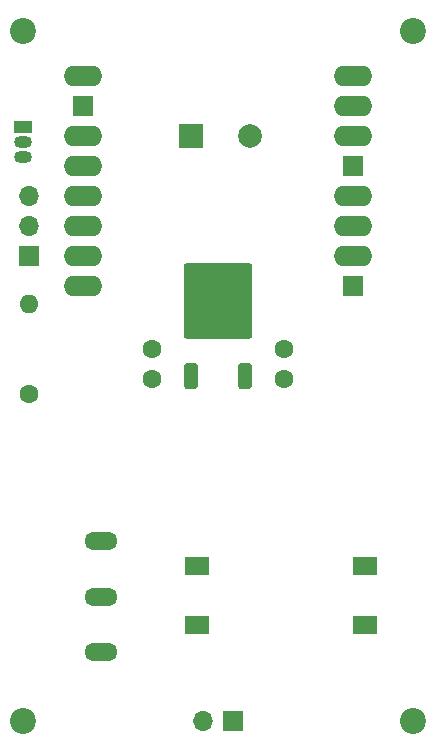
<source format=gbr>
%TF.GenerationSoftware,KiCad,Pcbnew,9.0.0*%
%TF.CreationDate,2025-10-22T11:07:00-07:00*%
%TF.ProjectId,sstv-backpack-v1.0.1,73737476-2d62-4616-936b-7061636b2d76,1.0*%
%TF.SameCoordinates,Original*%
%TF.FileFunction,Soldermask,Top*%
%TF.FilePolarity,Negative*%
%FSLAX46Y46*%
G04 Gerber Fmt 4.6, Leading zero omitted, Abs format (unit mm)*
G04 Created by KiCad (PCBNEW 9.0.0) date 2025-10-22 11:07:00*
%MOMM*%
%LPD*%
G01*
G04 APERTURE LIST*
G04 Aperture macros list*
%AMRoundRect*
0 Rectangle with rounded corners*
0 $1 Rounding radius*
0 $2 $3 $4 $5 $6 $7 $8 $9 X,Y pos of 4 corners*
0 Add a 4 corners polygon primitive as box body*
4,1,4,$2,$3,$4,$5,$6,$7,$8,$9,$2,$3,0*
0 Add four circle primitives for the rounded corners*
1,1,$1+$1,$2,$3*
1,1,$1+$1,$4,$5*
1,1,$1+$1,$6,$7*
1,1,$1+$1,$8,$9*
0 Add four rect primitives between the rounded corners*
20,1,$1+$1,$2,$3,$4,$5,0*
20,1,$1+$1,$4,$5,$6,$7,0*
20,1,$1+$1,$6,$7,$8,$9,0*
20,1,$1+$1,$8,$9,$2,$3,0*%
G04 Aperture macros list end*
%ADD10RoundRect,0.102000X0.762000X0.762000X-0.762000X0.762000X-0.762000X-0.762000X0.762000X-0.762000X0*%
%ADD11O,3.252000X1.728000*%
%ADD12O,1.600000X1.600000*%
%ADD13C,1.600000*%
%ADD14R,1.500000X1.050000*%
%ADD15O,1.500000X1.050000*%
%ADD16RoundRect,0.250000X0.350000X-0.850000X0.350000X0.850000X-0.350000X0.850000X-0.350000X-0.850000X0*%
%ADD17RoundRect,0.249997X2.650003X-2.950003X2.650003X2.950003X-2.650003X2.950003X-2.650003X-2.950003X0*%
%ADD18R,2.000000X2.000000*%
%ADD19C,2.000000*%
%ADD20O,2.804000X1.504000*%
%ADD21R,1.700000X1.700000*%
%ADD22O,1.700000X1.700000*%
%ADD23C,2.200000*%
%ADD24R,2.000000X1.500000*%
G04 APERTURE END LIST*
D10*
%TO.C,U1*%
X170180000Y-87630000D03*
D11*
X170180000Y-85090000D03*
X170180000Y-82550000D03*
X170180000Y-80010000D03*
D10*
X170180000Y-77470000D03*
D11*
X170180000Y-74930000D03*
X170180000Y-72390000D03*
X170180000Y-69850000D03*
X147320000Y-69850000D03*
D10*
X147320000Y-72390000D03*
D11*
X147320000Y-74930000D03*
X147320000Y-77470000D03*
X147320000Y-80010000D03*
X147320000Y-82550000D03*
X147320000Y-85090000D03*
X147320000Y-87630000D03*
%TD*%
D12*
%TO.C,R1*%
X142748000Y-89154000D03*
D13*
X142748000Y-96774000D03*
%TD*%
D14*
%TO.C,Q1*%
X142240000Y-74168000D03*
D15*
X142240000Y-75438000D03*
X142240000Y-76708000D03*
%TD*%
D16*
%TO.C,VR1*%
X156470000Y-95210000D03*
D17*
X158750000Y-88910000D03*
D16*
X161030000Y-95210000D03*
%TD*%
D18*
%TO.C,BZ1*%
X156417000Y-74930000D03*
D19*
X161417000Y-74930000D03*
%TD*%
D20*
%TO.C,SW2*%
X148844000Y-109220000D03*
X148844000Y-113920000D03*
X148844000Y-118620000D03*
%TD*%
D13*
%TO.C,C2*%
X164338000Y-95464000D03*
X164338000Y-92964000D03*
%TD*%
D21*
%TO.C,J2*%
X160025000Y-124460000D03*
D22*
X157485000Y-124460000D03*
%TD*%
D23*
%TO.C,REF\u002A\u002A*%
X175260000Y-66040000D03*
%TD*%
%TO.C,REF\u002A\u002A*%
X142240000Y-66040000D03*
%TD*%
D21*
%TO.C,J1*%
X142748000Y-85075000D03*
D22*
X142748000Y-82535000D03*
X142748000Y-79995000D03*
%TD*%
D23*
%TO.C,REF\u002A\u002A*%
X175260000Y-124460000D03*
%TD*%
D13*
%TO.C,C1*%
X153162000Y-95464000D03*
X153162000Y-92964000D03*
%TD*%
D24*
%TO.C,SW1*%
X156896000Y-111332000D03*
X171196000Y-111332000D03*
X156896000Y-116332000D03*
X171196000Y-116332000D03*
%TD*%
D23*
%TO.C,REF\u002A\u002A*%
X142240000Y-124460000D03*
%TD*%
M02*

</source>
